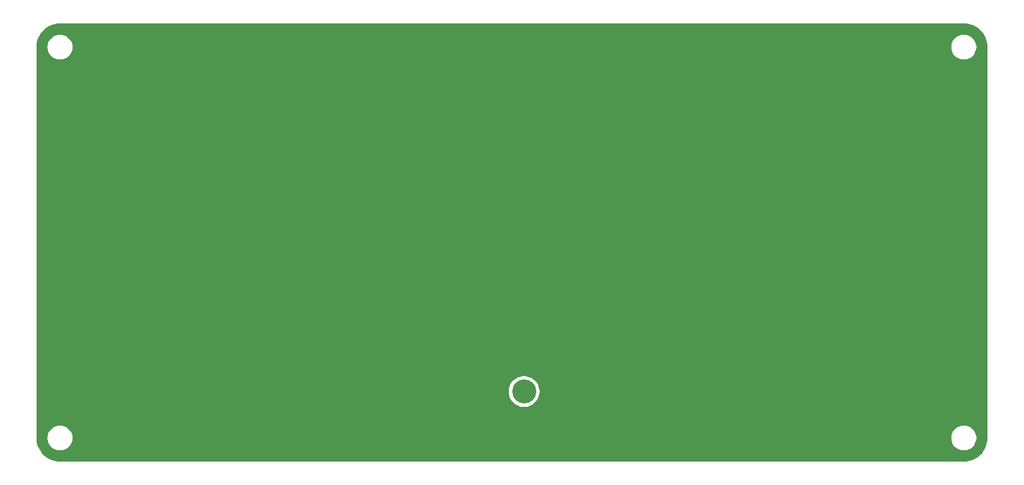
<source format=gbr>
%TF.GenerationSoftware,KiCad,Pcbnew,9.0.4*%
%TF.CreationDate,2025-10-02T09:51:56+02:00*%
%TF.ProjectId,Patch_Antenna,50617463-685f-4416-9e74-656e6e612e6b,rev?*%
%TF.SameCoordinates,Original*%
%TF.FileFunction,Copper,L2,Bot*%
%TF.FilePolarity,Positive*%
%FSLAX46Y46*%
G04 Gerber Fmt 4.6, Leading zero omitted, Abs format (unit mm)*
G04 Created by KiCad (PCBNEW 9.0.4) date 2025-10-02 09:51:56*
%MOMM*%
%LPD*%
G01*
G04 APERTURE LIST*
%TA.AperFunction,ComponentPad*%
%ADD10C,3.556000*%
%TD*%
G04 APERTURE END LIST*
D10*
%TO.P,J2,1,In*%
%TO.N,Net-(AE2-A)*%
X145800000Y-114121250D03*
%TD*%
%TA.AperFunction,Conductor*%
%TO.N,GND*%
G36*
X211003032Y-59500648D02*
G01*
X211336929Y-59517052D01*
X211349037Y-59518245D01*
X211452146Y-59533539D01*
X211676699Y-59566849D01*
X211688617Y-59569219D01*
X212009951Y-59649709D01*
X212021588Y-59653240D01*
X212092806Y-59678722D01*
X212333467Y-59764832D01*
X212344688Y-59769479D01*
X212644163Y-59911120D01*
X212654871Y-59916844D01*
X212938988Y-60087137D01*
X212949106Y-60093897D01*
X213215170Y-60291224D01*
X213224576Y-60298944D01*
X213470013Y-60521395D01*
X213478604Y-60529986D01*
X213665755Y-60736475D01*
X213701055Y-60775423D01*
X213708775Y-60784829D01*
X213906102Y-61050893D01*
X213912862Y-61061011D01*
X214078149Y-61336777D01*
X214083148Y-61345116D01*
X214088883Y-61355844D01*
X214137229Y-61458064D01*
X214230514Y-61655297D01*
X214235170Y-61666540D01*
X214346759Y-61978411D01*
X214350292Y-61990055D01*
X214430777Y-62311369D01*
X214433151Y-62323305D01*
X214481754Y-62650962D01*
X214482947Y-62663071D01*
X214499351Y-62996966D01*
X214499500Y-63003051D01*
X214499500Y-120996948D01*
X214499351Y-121003033D01*
X214482947Y-121336928D01*
X214481754Y-121349037D01*
X214433151Y-121676694D01*
X214430777Y-121688630D01*
X214350292Y-122009944D01*
X214346759Y-122021588D01*
X214235170Y-122333459D01*
X214230514Y-122344702D01*
X214088885Y-122644151D01*
X214083148Y-122654883D01*
X213912862Y-122938988D01*
X213906102Y-122949106D01*
X213708775Y-123215170D01*
X213701055Y-123224576D01*
X213478611Y-123470006D01*
X213470006Y-123478611D01*
X213224576Y-123701055D01*
X213215170Y-123708775D01*
X212949106Y-123906102D01*
X212938988Y-123912862D01*
X212654883Y-124083148D01*
X212644151Y-124088885D01*
X212344702Y-124230514D01*
X212333459Y-124235170D01*
X212021588Y-124346759D01*
X212009944Y-124350292D01*
X211688630Y-124430777D01*
X211676694Y-124433151D01*
X211349037Y-124481754D01*
X211336928Y-124482947D01*
X211021989Y-124498419D01*
X211003031Y-124499351D01*
X210996949Y-124499500D01*
X77003051Y-124499500D01*
X76996968Y-124499351D01*
X76976900Y-124498365D01*
X76663071Y-124482947D01*
X76650962Y-124481754D01*
X76323305Y-124433151D01*
X76311369Y-124430777D01*
X75990055Y-124350292D01*
X75978411Y-124346759D01*
X75666540Y-124235170D01*
X75655301Y-124230515D01*
X75355844Y-124088883D01*
X75345121Y-124083150D01*
X75061011Y-123912862D01*
X75050893Y-123906102D01*
X74784829Y-123708775D01*
X74775423Y-123701055D01*
X74736475Y-123665755D01*
X74529986Y-123478604D01*
X74521395Y-123470013D01*
X74298944Y-123224576D01*
X74291224Y-123215170D01*
X74093897Y-122949106D01*
X74087137Y-122938988D01*
X73916844Y-122654871D01*
X73911120Y-122644163D01*
X73769479Y-122344688D01*
X73764829Y-122333459D01*
X73725212Y-122222738D01*
X73692902Y-122132438D01*
X73653240Y-122021588D01*
X73649707Y-122009944D01*
X73640958Y-121975015D01*
X73569219Y-121688617D01*
X73566848Y-121676694D01*
X73518245Y-121349037D01*
X73517052Y-121336927D01*
X73500649Y-121003032D01*
X73500500Y-120996948D01*
X73500500Y-120878711D01*
X75149500Y-120878711D01*
X75149500Y-121121288D01*
X75181161Y-121361785D01*
X75243947Y-121596104D01*
X75282273Y-121688630D01*
X75336776Y-121820212D01*
X75458064Y-122030289D01*
X75458066Y-122030292D01*
X75458067Y-122030293D01*
X75605733Y-122222736D01*
X75605739Y-122222743D01*
X75777256Y-122394260D01*
X75777262Y-122394265D01*
X75969711Y-122541936D01*
X76179788Y-122663224D01*
X76403900Y-122756054D01*
X76638211Y-122818838D01*
X76818586Y-122842584D01*
X76878711Y-122850500D01*
X76878712Y-122850500D01*
X77121289Y-122850500D01*
X77169388Y-122844167D01*
X77361789Y-122818838D01*
X77596100Y-122756054D01*
X77820212Y-122663224D01*
X78030289Y-122541936D01*
X78222738Y-122394265D01*
X78394265Y-122222738D01*
X78541936Y-122030289D01*
X78663224Y-121820212D01*
X78756054Y-121596100D01*
X78818838Y-121361789D01*
X78850500Y-121121288D01*
X78850500Y-120878712D01*
X78850500Y-120878711D01*
X209149500Y-120878711D01*
X209149500Y-121121288D01*
X209181161Y-121361785D01*
X209243947Y-121596104D01*
X209282273Y-121688630D01*
X209336776Y-121820212D01*
X209458064Y-122030289D01*
X209458066Y-122030292D01*
X209458067Y-122030293D01*
X209605733Y-122222736D01*
X209605739Y-122222743D01*
X209777256Y-122394260D01*
X209777262Y-122394265D01*
X209969711Y-122541936D01*
X210179788Y-122663224D01*
X210403900Y-122756054D01*
X210638211Y-122818838D01*
X210818586Y-122842584D01*
X210878711Y-122850500D01*
X210878712Y-122850500D01*
X211121289Y-122850500D01*
X211169388Y-122844167D01*
X211361789Y-122818838D01*
X211596100Y-122756054D01*
X211820212Y-122663224D01*
X212030289Y-122541936D01*
X212222738Y-122394265D01*
X212394265Y-122222738D01*
X212541936Y-122030289D01*
X212663224Y-121820212D01*
X212756054Y-121596100D01*
X212818838Y-121361789D01*
X212850500Y-121121288D01*
X212850500Y-120878712D01*
X212818838Y-120638211D01*
X212756054Y-120403900D01*
X212663224Y-120179788D01*
X212541936Y-119969711D01*
X212394265Y-119777262D01*
X212394260Y-119777256D01*
X212222743Y-119605739D01*
X212222736Y-119605733D01*
X212030293Y-119458067D01*
X212030292Y-119458066D01*
X212030289Y-119458064D01*
X211820212Y-119336776D01*
X211820205Y-119336773D01*
X211596104Y-119243947D01*
X211361785Y-119181161D01*
X211121289Y-119149500D01*
X211121288Y-119149500D01*
X210878712Y-119149500D01*
X210878711Y-119149500D01*
X210638214Y-119181161D01*
X210403895Y-119243947D01*
X210179794Y-119336773D01*
X210179785Y-119336777D01*
X209969706Y-119458067D01*
X209777263Y-119605733D01*
X209777256Y-119605739D01*
X209605739Y-119777256D01*
X209605733Y-119777263D01*
X209458067Y-119969706D01*
X209336777Y-120179785D01*
X209336773Y-120179794D01*
X209243947Y-120403895D01*
X209181161Y-120638214D01*
X209149500Y-120878711D01*
X78850500Y-120878711D01*
X78818838Y-120638211D01*
X78756054Y-120403900D01*
X78663224Y-120179788D01*
X78541936Y-119969711D01*
X78394265Y-119777262D01*
X78394260Y-119777256D01*
X78222743Y-119605739D01*
X78222736Y-119605733D01*
X78030293Y-119458067D01*
X78030292Y-119458066D01*
X78030289Y-119458064D01*
X77820212Y-119336776D01*
X77820205Y-119336773D01*
X77596104Y-119243947D01*
X77361785Y-119181161D01*
X77121289Y-119149500D01*
X77121288Y-119149500D01*
X76878712Y-119149500D01*
X76878711Y-119149500D01*
X76638214Y-119181161D01*
X76403895Y-119243947D01*
X76179794Y-119336773D01*
X76179785Y-119336777D01*
X75969706Y-119458067D01*
X75777263Y-119605733D01*
X75777256Y-119605739D01*
X75605739Y-119777256D01*
X75605733Y-119777263D01*
X75458067Y-119969706D01*
X75336777Y-120179785D01*
X75336773Y-120179794D01*
X75243947Y-120403895D01*
X75181161Y-120638214D01*
X75149500Y-120878711D01*
X73500500Y-120878711D01*
X73500500Y-113971915D01*
X143521500Y-113971915D01*
X143521500Y-114270584D01*
X143521501Y-114270600D01*
X143560484Y-114566706D01*
X143560485Y-114566711D01*
X143560486Y-114566717D01*
X143637790Y-114855221D01*
X143742283Y-115107490D01*
X143752088Y-115131160D01*
X143752092Y-115131170D01*
X143901430Y-115389832D01*
X144083255Y-115626791D01*
X144083261Y-115626798D01*
X144294451Y-115837988D01*
X144294458Y-115837994D01*
X144531417Y-116019819D01*
X144790079Y-116169157D01*
X144790080Y-116169157D01*
X144790083Y-116169159D01*
X145066029Y-116283460D01*
X145354533Y-116360764D01*
X145650659Y-116399750D01*
X145650666Y-116399750D01*
X145949334Y-116399750D01*
X145949341Y-116399750D01*
X146245467Y-116360764D01*
X146533971Y-116283460D01*
X146809917Y-116169159D01*
X147068583Y-116019819D01*
X147305543Y-115837993D01*
X147516743Y-115626793D01*
X147698569Y-115389833D01*
X147847909Y-115131167D01*
X147962210Y-114855221D01*
X148039514Y-114566717D01*
X148078500Y-114270591D01*
X148078500Y-113971909D01*
X148039514Y-113675783D01*
X147962210Y-113387279D01*
X147847909Y-113111333D01*
X147698569Y-112852667D01*
X147516743Y-112615707D01*
X147516738Y-112615701D01*
X147305548Y-112404511D01*
X147305541Y-112404505D01*
X147068582Y-112222680D01*
X146809920Y-112073342D01*
X146809910Y-112073338D01*
X146786240Y-112063533D01*
X146533971Y-111959040D01*
X146245467Y-111881736D01*
X146245461Y-111881735D01*
X146245456Y-111881734D01*
X145949350Y-111842751D01*
X145949347Y-111842750D01*
X145949341Y-111842750D01*
X145650659Y-111842750D01*
X145650653Y-111842750D01*
X145650649Y-111842751D01*
X145354543Y-111881734D01*
X145354536Y-111881735D01*
X145354533Y-111881736D01*
X145066029Y-111959040D01*
X144911320Y-112023122D01*
X144790089Y-112073338D01*
X144790079Y-112073342D01*
X144531417Y-112222680D01*
X144294458Y-112404505D01*
X144294451Y-112404511D01*
X144083261Y-112615701D01*
X144083255Y-112615708D01*
X143901430Y-112852667D01*
X143752092Y-113111329D01*
X143752088Y-113111339D01*
X143701872Y-113232570D01*
X143637790Y-113387279D01*
X143637789Y-113387283D01*
X143560487Y-113675780D01*
X143560484Y-113675793D01*
X143521501Y-113971899D01*
X143521500Y-113971915D01*
X73500500Y-113971915D01*
X73500500Y-63003051D01*
X73500649Y-62996966D01*
X73506459Y-62878711D01*
X75149500Y-62878711D01*
X75149500Y-63121288D01*
X75181161Y-63361785D01*
X75243947Y-63596104D01*
X75336773Y-63820205D01*
X75336776Y-63820212D01*
X75458064Y-64030289D01*
X75458066Y-64030292D01*
X75458067Y-64030293D01*
X75605733Y-64222736D01*
X75605739Y-64222743D01*
X75777256Y-64394260D01*
X75777262Y-64394265D01*
X75969711Y-64541936D01*
X76179788Y-64663224D01*
X76403900Y-64756054D01*
X76638211Y-64818838D01*
X76818586Y-64842584D01*
X76878711Y-64850500D01*
X76878712Y-64850500D01*
X77121289Y-64850500D01*
X77169388Y-64844167D01*
X77361789Y-64818838D01*
X77596100Y-64756054D01*
X77820212Y-64663224D01*
X78030289Y-64541936D01*
X78222738Y-64394265D01*
X78394265Y-64222738D01*
X78541936Y-64030289D01*
X78663224Y-63820212D01*
X78756054Y-63596100D01*
X78818838Y-63361789D01*
X78850500Y-63121288D01*
X78850500Y-62878712D01*
X78850500Y-62878711D01*
X209149500Y-62878711D01*
X209149500Y-63121288D01*
X209181161Y-63361785D01*
X209243947Y-63596104D01*
X209336773Y-63820205D01*
X209336776Y-63820212D01*
X209458064Y-64030289D01*
X209458066Y-64030292D01*
X209458067Y-64030293D01*
X209605733Y-64222736D01*
X209605739Y-64222743D01*
X209777256Y-64394260D01*
X209777262Y-64394265D01*
X209969711Y-64541936D01*
X210179788Y-64663224D01*
X210403900Y-64756054D01*
X210638211Y-64818838D01*
X210818586Y-64842584D01*
X210878711Y-64850500D01*
X210878712Y-64850500D01*
X211121289Y-64850500D01*
X211169388Y-64844167D01*
X211361789Y-64818838D01*
X211596100Y-64756054D01*
X211820212Y-64663224D01*
X212030289Y-64541936D01*
X212222738Y-64394265D01*
X212394265Y-64222738D01*
X212541936Y-64030289D01*
X212663224Y-63820212D01*
X212756054Y-63596100D01*
X212818838Y-63361789D01*
X212850500Y-63121288D01*
X212850500Y-62878712D01*
X212849164Y-62868567D01*
X212822111Y-62663072D01*
X212818838Y-62638211D01*
X212756054Y-62403900D01*
X212663224Y-62179788D01*
X212541936Y-61969711D01*
X212394265Y-61777262D01*
X212394260Y-61777256D01*
X212222743Y-61605739D01*
X212222736Y-61605733D01*
X212030293Y-61458067D01*
X212030292Y-61458066D01*
X212030289Y-61458064D01*
X211820212Y-61336776D01*
X211820205Y-61336773D01*
X211596104Y-61243947D01*
X211361785Y-61181161D01*
X211121289Y-61149500D01*
X211121288Y-61149500D01*
X210878712Y-61149500D01*
X210878711Y-61149500D01*
X210638214Y-61181161D01*
X210403895Y-61243947D01*
X210179794Y-61336773D01*
X210179785Y-61336777D01*
X209969706Y-61458067D01*
X209777263Y-61605733D01*
X209777256Y-61605739D01*
X209605739Y-61777256D01*
X209605733Y-61777263D01*
X209458067Y-61969706D01*
X209336777Y-62179785D01*
X209336773Y-62179794D01*
X209243947Y-62403895D01*
X209181161Y-62638214D01*
X209149500Y-62878711D01*
X78850500Y-62878711D01*
X78849164Y-62868567D01*
X78822111Y-62663072D01*
X78818838Y-62638211D01*
X78756054Y-62403900D01*
X78663224Y-62179788D01*
X78541936Y-61969711D01*
X78394265Y-61777262D01*
X78394260Y-61777256D01*
X78222743Y-61605739D01*
X78222736Y-61605733D01*
X78030293Y-61458067D01*
X78030292Y-61458066D01*
X78030289Y-61458064D01*
X77820212Y-61336776D01*
X77820205Y-61336773D01*
X77596104Y-61243947D01*
X77361785Y-61181161D01*
X77121289Y-61149500D01*
X77121288Y-61149500D01*
X76878712Y-61149500D01*
X76878711Y-61149500D01*
X76638214Y-61181161D01*
X76403895Y-61243947D01*
X76179794Y-61336773D01*
X76179785Y-61336777D01*
X75969706Y-61458067D01*
X75777263Y-61605733D01*
X75777256Y-61605739D01*
X75605739Y-61777256D01*
X75605733Y-61777263D01*
X75458067Y-61969706D01*
X75336777Y-62179785D01*
X75336773Y-62179794D01*
X75243947Y-62403895D01*
X75181161Y-62638214D01*
X75149500Y-62878711D01*
X73506459Y-62878711D01*
X73506957Y-62868568D01*
X73506957Y-62868567D01*
X73517052Y-62663072D01*
X73518245Y-62650962D01*
X73520136Y-62638211D01*
X73566849Y-62323296D01*
X73569218Y-62311385D01*
X73649710Y-61990043D01*
X73653240Y-61978411D01*
X73725212Y-61777263D01*
X73764835Y-61666525D01*
X73769476Y-61655318D01*
X73911124Y-61355828D01*
X73916840Y-61345136D01*
X74087145Y-61060998D01*
X74093888Y-61050905D01*
X74291232Y-60784818D01*
X74298935Y-60775433D01*
X74521405Y-60529975D01*
X74529975Y-60521405D01*
X74775433Y-60298935D01*
X74784818Y-60291232D01*
X75050905Y-60093888D01*
X75060998Y-60087145D01*
X75345136Y-59916840D01*
X75355828Y-59911124D01*
X75655318Y-59769476D01*
X75666525Y-59764835D01*
X75978412Y-59653239D01*
X75990043Y-59649710D01*
X76311385Y-59569218D01*
X76323296Y-59566849D01*
X76650962Y-59518244D01*
X76663068Y-59517052D01*
X76996967Y-59500648D01*
X77003051Y-59500500D01*
X77065892Y-59500500D01*
X210934108Y-59500500D01*
X210996949Y-59500500D01*
X211003032Y-59500648D01*
G37*
%TD.AperFunction*%
%TD*%
M02*

</source>
